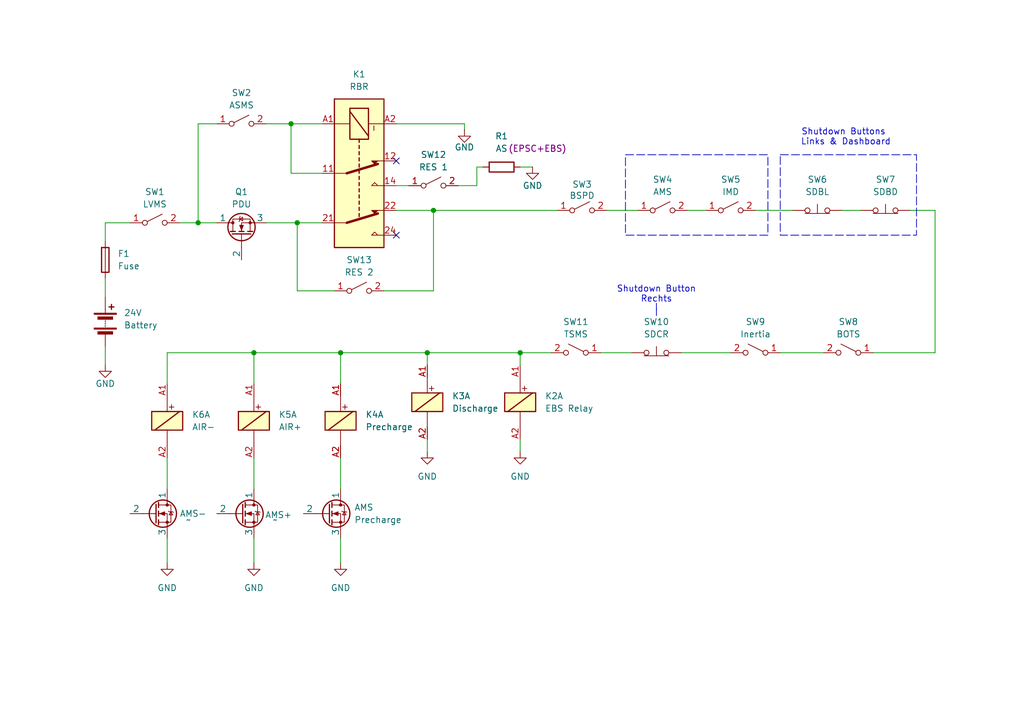
<source format=kicad_sch>
(kicad_sch (version 20231120) (generator "eeschema") (generator_version "8.0")
  (paper "A5")
  (lib_symbols
    (symbol "Device:Battery" (pin_numbers hide) (pin_names (offset 0) hide)
      (property "Reference" "BT" (at 2.54 2.54 0))
      (property "Value" "Battery" (at 2.54 0 0))
      (symbol "Battery_0_1"
        (rectangle (start -2.286 -1.27) (end 2.286 -1.524) (fill (type outline)))
        (rectangle (start -2.286 1.778) (end 2.286 1.524) (fill (type outline)))
        (rectangle (start -1.524 -2.032) (end 1.524 -2.54) (fill (type outline)))
        (rectangle (start -1.524 1.016) (end 1.524 0.508) (fill (type outline)))
        (polyline (pts (xy 0 -1.016) (xy 0 -0.762)))
        (polyline (pts (xy 0 -0.508) (xy 0 -0.254)))
        (polyline (pts (xy 0 0) (xy 0 0.254)))
        (polyline (pts (xy 0 1.778) (xy 0 2.54)))
        (polyline (pts (xy 0.762 3.048) (xy 1.778 3.048)) (stroke (width 0.254)))
        (polyline (pts (xy 1.27 3.556) (xy 1.27 2.54)) (stroke (width 0.254)))
      )
      (symbol "Battery_1_1"
        (pin passive line (at 0 5.08 270) (length 2.54) (name "+") (number "1"))
        (pin passive line (at 0 -5.08 90) (length 2.54) (name "-") (number "2"))
      )
    )
    (symbol "Device:Fuse" (pin_numbers hide) (pin_names (offset 0))
      (property "Reference" "F" (at 2.032 0 90))
      (property "Value" "Fuse" (at -1.905 0 90))
      (symbol "Fuse_0_1"
        (rectangle (start -0.762 -2.54) (end 0.762 2.54) (stroke (width 0.254)))
        (polyline (pts (xy 0 2.54) (xy 0 -2.54)))
      )
      (symbol "Fuse_1_1"
        (pin passive line (at 0 3.81 270) (length 1.27) (name "~") (number "1"))
        (pin passive line (at 0 -3.81 90) (length 1.27) (name "~") (number "2"))
      )
    )
    (symbol "FaSTTUBe_PnP:0Ω" (pin_numbers hide) (pin_names (offset 0))
      (property "Reference" "R" (at 2.032 0 90))
      (property "Value" "0Ω" (at -2.54 0 90))
      (symbol "0Ω_0_1"
        (rectangle (start -1.016 -2.54) (end 1.016 2.54) (stroke (width 0.254)))
      )
      (symbol "0Ω_1_1"
        (pin passive line (at 0 3.81 270) (length 1.27) (name "~") (number "1"))
        (pin passive line (at 0 -3.81 90) (length 1.27) (name "~") (number "2"))
      )
    )
    (symbol "NMOS_1" (pin_numbers hide) (pin_names (offset 0))
      (property "Reference" "Q2" (at 6.35 1.2701 0))
      (property "Value" "NMOS" (at 6.35 -1.2699 0))
      (symbol "NMOS_1_0_1"
        (polyline (pts (xy 0.254 0) (xy -2.54 0)))
        (polyline (pts (xy 0.254 1.905) (xy 0.254 -1.905)) (stroke (width 0.254)))
        (polyline (pts (xy 0.762 -1.27) (xy 0.762 -2.286)) (stroke (width 0.254)))
        (polyline (pts (xy 0.762 0.508) (xy 0.762 -0.508)) (stroke (width 0.254)))
        (polyline (pts (xy 0.762 2.286) (xy 0.762 1.27)) (stroke (width 0.254)))
        (polyline (pts (xy 2.54 2.54) (xy 2.54 1.778)))
        (polyline (pts (xy 2.54 -2.54) (xy 2.54 0) (xy 0.762 0)))
        (polyline (pts (xy 0.762 -1.778) (xy 3.302 -1.778) (xy 3.302 1.778) (xy 0.762 1.778)))
        (polyline (pts (xy 1.016 0) (xy 2.032 0.381) (xy 2.032 -0.381) (xy 1.016 0)) (fill (type outline)))
        (polyline (pts (xy 2.794 0.508) (xy 2.921 0.381) (xy 3.683 0.381) (xy 3.81 0.254)))
        (polyline (pts (xy 3.302 0.381) (xy 2.921 -0.254) (xy 3.683 -0.254) (xy 3.302 0.381)))
        (circle (center 1.651 0) (radius 2.794) (stroke (width 0.254)))
        (circle (center 2.54 -1.778) (radius 0.254) (fill (type outline)))
        (circle (center 2.54 1.778) (radius 0.254) (fill (type outline)))
      )
      (symbol "NMOS_1_1_1"
        (pin passive line (at 2.54 5.08 270) (length 2.54) (name "1") (number "1"))
        (pin input line (at -5.08 0 0) (length 2.54) (name "2") (number "2"))
        (pin passive line (at 2.54 -5.08 90) (length 2.54) (name "3") (number "3"))
      )
    )
    (symbol "NMOS_2" (pin_numbers hide) (pin_names (offset 0))
      (property "Reference" "AMS+" (at 6.35 1.2701 0))
      (property "Value" "NMOS" (at 6.35 -1.2699 0))
      (symbol "NMOS_2_0_1"
        (polyline (pts (xy 0.254 0) (xy -2.54 0)))
        (polyline (pts (xy 0.254 1.905) (xy 0.254 -1.905)) (stroke (width 0.254)))
        (polyline (pts (xy 0.762 -1.27) (xy 0.762 -2.286)) (stroke (width 0.254)))
        (polyline (pts (xy 0.762 0.508) (xy 0.762 -0.508)) (stroke (width 0.254)))
        (polyline (pts (xy 0.762 2.286) (xy 0.762 1.27)) (stroke (width 0.254)))
        (polyline (pts (xy 2.54 2.54) (xy 2.54 1.778)))
        (polyline (pts (xy 2.54 -2.54) (xy 2.54 0) (xy 0.762 0)))
        (polyline (pts (xy 0.762 -1.778) (xy 3.302 -1.778) (xy 3.302 1.778) (xy 0.762 1.778)))
        (polyline (pts (xy 1.016 0) (xy 2.032 0.381) (xy 2.032 -0.381) (xy 1.016 0)) (fill (type outline)))
        (polyline (pts (xy 2.794 0.508) (xy 2.921 0.381) (xy 3.683 0.381) (xy 3.81 0.254)))
        (polyline (pts (xy 3.302 0.381) (xy 2.921 -0.254) (xy 3.683 -0.254) (xy 3.302 0.381)))
        (circle (center 1.651 0) (radius 2.794) (stroke (width 0.254)))
        (circle (center 2.54 -1.778) (radius 0.254) (fill (type outline)))
        (circle (center 2.54 1.778) (radius 0.254) (fill (type outline)))
      )
      (symbol "NMOS_2_1_1"
        (pin passive line (at 2.54 5.08 270) (length 2.54) (name "1") (number "1"))
        (pin input line (at -5.08 0 0) (length 2.54) (name "2") (number "2"))
        (pin passive line (at 2.54 -5.08 90) (length 2.54) (name "3") (number "3"))
      )
    )
    (symbol "NMOS_3" (pin_numbers hide) (pin_names (offset 0))
      (property "Reference" "AMS-" (at 6.35 1.2701 0))
      (property "Value" "NMOS" (at 6.35 -1.2699 0))
      (symbol "NMOS_3_0_1"
        (polyline (pts (xy 0.254 0) (xy -2.54 0)))
        (polyline (pts (xy 0.254 1.905) (xy 0.254 -1.905)) (stroke (width 0.254)))
        (polyline (pts (xy 0.762 -1.27) (xy 0.762 -2.286)) (stroke (width 0.254)))
        (polyline (pts (xy 0.762 0.508) (xy 0.762 -0.508)) (stroke (width 0.254)))
        (polyline (pts (xy 0.762 2.286) (xy 0.762 1.27)) (stroke (width 0.254)))
        (polyline (pts (xy 2.54 2.54) (xy 2.54 1.778)))
        (polyline (pts (xy 2.54 -2.54) (xy 2.54 0) (xy 0.762 0)))
        (polyline (pts (xy 0.762 -1.778) (xy 3.302 -1.778) (xy 3.302 1.778) (xy 0.762 1.778)))
        (polyline (pts (xy 1.016 0) (xy 2.032 0.381) (xy 2.032 -0.381) (xy 1.016 0)) (fill (type outline)))
        (polyline (pts (xy 2.794 0.508) (xy 2.921 0.381) (xy 3.683 0.381) (xy 3.81 0.254)))
        (polyline (pts (xy 3.302 0.381) (xy 2.921 -0.254) (xy 3.683 -0.254) (xy 3.302 0.381)))
        (circle (center 1.651 0) (radius 2.794) (stroke (width 0.254)))
        (circle (center 2.54 -1.778) (radius 0.254) (fill (type outline)))
        (circle (center 2.54 1.778) (radius 0.254) (fill (type outline)))
      )
      (symbol "NMOS_3_1_1"
        (pin passive line (at 2.54 5.08 270) (length 2.54) (name "1") (number "1"))
        (pin input line (at -5.08 0 0) (length 2.54) (name "2") (number "2"))
        (pin passive line (at 2.54 -5.08 90) (length 2.54) (name "3") (number "3"))
      )
    )
    (symbol "Relay:AZ850P1-x"
      (property "Reference" "K1" (at -20.32 0 90))
      (property "Value" "RSR" (at -17.78 0 90))
      (symbol "AZ850P1-x_0_0"
        (text "-" (at -9.271 2.921 0) (effects (font (size 1.27 1.27))))
      )
      (symbol "AZ850P1-x_0_1"
        (rectangle (start -15.24 5.08) (end 15.24 -5.08) (stroke (width 0.254)) (fill (type background)))
        (rectangle (start -13.335 1.905) (end -6.985 -1.905) (stroke (width 0.254)))
        (polyline (pts (xy -12.7 -1.905) (xy -7.62 1.905)) (stroke (width 0.254)))
        (polyline (pts (xy -10.16 -5.08) (xy -10.16 -1.905)))
        (polyline (pts (xy -10.16 5.08) (xy -10.16 1.905)))
        (polyline (pts (xy -6.985 0) (xy -6.35 0)) (stroke (width 0.254)))
        (polyline (pts (xy -5.715 0) (xy -5.08 0)) (stroke (width 0.254)))
        (polyline (pts (xy -4.445 0) (xy -3.81 0)) (stroke (width 0.254)))
        (polyline (pts (xy -3.175 0) (xy -2.54 0)) (stroke (width 0.254)))
        (polyline (pts (xy -1.905 0) (xy -1.27 0)) (stroke (width 0.254)))
        (polyline (pts (xy -0.635 0) (xy 0 0)) (stroke (width 0.254)))
        (polyline (pts (xy 0 -2.54) (xy -1.905 3.81)) (stroke (width 0.508)))
        (polyline (pts (xy 0 -2.54) (xy 0 -5.08)))
        (polyline (pts (xy 0.635 0) (xy 1.27 0)) (stroke (width 0.254)))
        (polyline (pts (xy 1.905 0) (xy 2.54 0)) (stroke (width 0.254)))
        (polyline (pts (xy 3.175 0) (xy 3.81 0)) (stroke (width 0.254)))
        (polyline (pts (xy 4.445 0) (xy 5.08 0)) (stroke (width 0.254)))
        (polyline (pts (xy 5.715 0) (xy 6.35 0)) (stroke (width 0.254)))
        (polyline (pts (xy 6.985 0) (xy 7.62 0)) (stroke (width 0.254)))
        (polyline (pts (xy 8.255 0) (xy 8.89 0)) (stroke (width 0.254)))
        (polyline (pts (xy 10.16 -2.54) (xy 8.255 3.81)) (stroke (width 0.508)))
        (polyline (pts (xy 10.16 -2.54) (xy 10.16 -5.08)))
        (polyline (pts (xy -2.54 5.08) (xy -2.54 2.54) (xy -1.905 3.175) (xy -2.54 3.81)) (fill (type outline)))
        (polyline (pts (xy 2.54 5.08) (xy 2.54 2.54) (xy 1.905 3.175) (xy 2.54 3.81)))
        (polyline (pts (xy 7.62 5.08) (xy 7.62 2.54) (xy 8.255 3.175) (xy 7.62 3.81)) (fill (type outline)))
        (polyline (pts (xy 12.7 5.08) (xy 12.7 2.54) (xy 12.065 3.175) (xy 12.7 3.81)))
      )
      (symbol "AZ850P1-x_1_1"
        (pin passive line (at 0 -7.62 90) (length 2.54) (name "~") (number "11"))
        (pin passive line (at -2.54 7.62 270) (length 2.54) (name "~") (number "12"))
        (pin passive line (at 2.54 7.62 270) (length 2.54) (name "~") (number "14"))
        (pin passive line (at 10.16 -7.62 90) (length 2.54) (name "~") (number "21"))
        (pin passive line (at 7.62 7.62 270) (length 2.54) (name "~") (number "22"))
        (pin passive line (at 12.7 7.62 270) (length 2.54) (name "~") (number "24"))
        (pin passive line (at -10.16 -7.62 90) (length 2.54) (name "") (number "A1"))
        (pin passive line (at -10.16 7.62 270) (length 2.54) (name "~") (number "A2"))
      )
    )
    (symbol "Relay:COTO_3660_Split"
      (property "Reference" "K" (at 5.08 2.54 0))
      (property "Value" "COTO_3660_Split" (at 5.08 0 0))
      (symbol "COTO_3660_Split_1_0"
        (text "+" (at 0.889 2.921 0) (effects (font (size 1.27 1.27))))
      )
      (symbol "COTO_3660_Split_1_1"
        (rectangle (start -3.175 1.905) (end 3.175 -1.905) (stroke (width 0.254)) (fill (type background)))
        (polyline (pts (xy -2.54 -1.905) (xy 2.54 1.905)) (stroke (width 0.254)))
        (polyline (pts (xy 0 -5.08) (xy 0 -1.905)))
        (polyline (pts (xy 0 5.08) (xy 0 1.905)))
        (pin passive line (at 0 7.62 270) (length 2.54) (name "~") (number "A1"))
        (pin passive line (at 0 -7.62 90) (length 2.54) (name "~") (number "A2"))
      )
      (symbol "COTO_3660_Split_2_1"
        (polyline (pts (xy -3.175 0) (xy -2.54 0)) (stroke (width 0.254)))
        (polyline (pts (xy -1.905 0) (xy -1.27 0)) (stroke (width 0.254)))
        (polyline (pts (xy 0 2.54) (xy -1.905 -3.81)) (stroke (width 0.508)))
        (polyline (pts (xy 0 2.54) (xy 0 5.08)))
        (polyline (pts (xy 0 -5.08) (xy 0 -2.54) (xy -0.635 -3.175) (xy 0 -3.81)))
        (pin passive line (at 0 7.62 270) (length 2.54) (name "~") (number "13"))
        (pin passive line (at 0 -7.62 90) (length 2.54) (name "~") (number "14"))
      )
      (symbol "COTO_3660_Split_3_1"
        (polyline (pts (xy -3.175 0) (xy -2.54 0)) (stroke (width 0.254)))
        (polyline (pts (xy -1.905 0) (xy -1.27 0)) (stroke (width 0.254)))
        (polyline (pts (xy 0 2.54) (xy -1.905 -3.81)) (stroke (width 0.508)))
        (polyline (pts (xy 0 2.54) (xy 0 5.08)))
        (polyline (pts (xy 0 -5.08) (xy 0 -2.54) (xy -0.635 -3.175) (xy 0 -3.81)))
        (pin passive line (at 0 7.62 270) (length 2.54) (name "~") (number "23"))
        (pin passive line (at 0 -7.62 90) (length 2.54) (name "~") (number "24"))
      )
      (symbol "COTO_3660_Split_4_1"
        (polyline (pts (xy -3.175 0) (xy -2.54 0)) (stroke (width 0.254)))
        (polyline (pts (xy -1.905 0) (xy -1.27 0)) (stroke (width 0.254)))
        (polyline (pts (xy 0 2.54) (xy -1.905 -3.81)) (stroke (width 0.508)))
        (polyline (pts (xy 0 2.54) (xy 0 5.08)))
        (polyline (pts (xy 1.27 3.81) (xy 1.27 -3.81)) (stroke (width 0) (type dash)))
        (polyline (pts (xy 0 5.08) (xy 1.27 5.08) (xy 1.27 3.81)))
        (polyline (pts (xy 0 -5.08) (xy 0 -2.54) (xy -0.635 -3.175) (xy 0 -3.81)))
        (circle (center 0 5.08) (radius 0.1524))
        (pin passive line (at 0 7.62 270) (length 2.54) (name "~") (number "33"))
        (pin passive line (at 0 -7.62 90) (length 2.54) (name "~") (number "34"))
      )
    )
    (symbol "Simulation_SPICE:NMOS" (pin_numbers hide) (pin_names (offset 0))
      (property "Reference" "Q1" (at 8.89 0 90))
      (property "Value" "PDU" (at 6.35 0 90))
      (symbol "NMOS_0_1"
        (polyline (pts (xy 0.254 0) (xy -2.54 0)))
        (polyline (pts (xy 0.254 1.905) (xy 0.254 -1.905)) (stroke (width 0.254)))
        (polyline (pts (xy 0.762 -1.27) (xy 0.762 -2.286)) (stroke (width 0.254)))
        (polyline (pts (xy 0.762 0.508) (xy 0.762 -0.508)) (stroke (width 0.254)))
        (polyline (pts (xy 0.762 2.286) (xy 0.762 1.27)) (stroke (width 0.254)))
        (polyline (pts (xy 2.54 2.54) (xy 2.54 1.778)))
        (polyline (pts (xy 2.54 -2.54) (xy 2.54 0) (xy 0.762 0)))
        (polyline (pts (xy 0.762 -1.778) (xy 3.302 -1.778) (xy 3.302 1.778) (xy 0.762 1.778)))
        (polyline (pts (xy 1.016 0) (xy 2.032 0.381) (xy 2.032 -0.381) (xy 1.016 0)) (fill (type outline)))
        (polyline (pts (xy 2.794 0.508) (xy 2.921 0.381) (xy 3.683 0.381) (xy 3.81 0.254)))
        (polyline (pts (xy 3.302 0.381) (xy 2.921 -0.254) (xy 3.683 -0.254) (xy 3.302 0.381)))
        (circle (center 1.651 0) (radius 2.794) (stroke (width 0.254)))
        (circle (center 2.54 -1.778) (radius 0.254) (fill (type outline)))
        (circle (center 2.54 1.778) (radius 0.254) (fill (type outline)))
      )
      (symbol "NMOS_1_1"
        (pin input line (at -5.08 0 0) (length 2.54) (name "2") (number ""))
        (pin passive line (at 2.54 5.08 270) (length 2.54) (name "1") (number "1"))
        (pin passive line (at 2.54 -5.08 90) (length 2.54) (name "3") (number "3"))
      )
    )
    (symbol "Switch:SW_Push_Open" (pin_numbers hide) (pin_names (offset 1.016) hide)
      (property "Reference" "SW" (at 0 2.54 0))
      (property "Value" "SW_Push_Open" (at 0 -1.905 0))
      (symbol "SW_Push_Open_0_1"
        (circle (center -2.032 0) (radius 0.508))
        (polyline (pts (xy -2.54 -0.635) (xy 2.54 -0.635)))
        (polyline (pts (xy 0 -0.635) (xy 0 1.27)))
        (circle (center 2.032 0) (radius 0.508))
        (pin passive line (at -5.08 0 0) (length 2.54) (name "A") (number "1"))
      )
      (symbol "SW_Push_Open_1_1"
        (pin passive line (at 5.08 0 180) (length 2.54) (name "B") (number "2"))
      )
    )
    (symbol "Switch:SW_SPST" (pin_names (offset 0) hide)
      (property "Reference" "SW" (at 0 3.175 0))
      (property "Value" "SW_SPST" (at 0 -2.54 0))
      (symbol "SW_SPST_0_0"
        (circle (center -2.032 0) (radius 0.508))
        (polyline (pts (xy -1.524 0.254) (xy 1.524 1.778)))
        (circle (center 2.032 0) (radius 0.508))
      )
      (symbol "SW_SPST_1_1"
        (pin passive line (at -5.08 0 0) (length 2.54) (name "A") (number "1"))
        (pin passive line (at 5.08 0 180) (length 2.54) (name "B") (number "2"))
      )
    )
    (symbol "power:GND" (power) (pin_numbers hide) (pin_names (offset 0) hide)
      (property "Value" "GND" (at 0 -3.81 0))
      (symbol "GND_0_1"
        (polyline (pts (xy 0 0) (xy 0 -1.27) (xy 1.27 -1.27) (xy 0 -2.54) (xy -1.27 -1.27) (xy 0 -1.27)))
      )
      (symbol "GND_1_1"
        (pin power_in line (at 0 0 270) (length 0) (name "~") (number "1"))
      )
    )
  )
  (junction (at 69.85 72.39))
  (junction (at 59.69 25.4))
  (junction (at 40.64 45.72))
  (junction (at 106.68 72.39))
  (junction (at 60.96 45.72))
  (junction (at 52.07 72.39))
  (junction (at 87.63 72.39))
  (junction (at 88.9 43.18))
  (no_connect (at 81.28 33.02))
  (no_connect (at 81.28 48.26))
  (wire (pts (xy 97.79 34.29) (xy 99.06 34.29)))
  (wire (pts (xy 54.61 25.4) (xy 59.69 25.4)))
  (wire (pts (xy 97.79 38.1) (xy 93.98 38.1)))
  (wire (pts (xy 34.29 72.39) (xy 52.07 72.39)))
  (wire (pts (xy 81.28 43.18) (xy 88.9 43.18)))
  (wire (pts (xy 34.29 93.98) (xy 34.29 100.33)))
  (wire (pts (xy 113.03 72.39) (xy 106.68 72.39)))
  (wire (pts (xy 109.22 34.29) (xy 106.68 34.29)))
  (wire (pts (xy 124.46 43.18) (xy 130.81 43.18)))
  (wire (pts (xy 60.96 45.72) (xy 66.04 45.72)))
  (wire (pts (xy 97.79 34.29) (xy 97.79 38.1)))
  (wire (pts (xy 179.07 72.39) (xy 191.77 72.39)))
  (wire (pts (xy 60.96 59.69) (xy 68.58 59.69)))
  (wire (pts (xy 69.85 72.39) (xy 69.85 78.74)))
  (wire (pts (xy 87.63 72.39) (xy 87.63 74.93)))
  (wire (pts (xy 186.69 43.18) (xy 191.77 43.18)))
  (wire (pts (xy 191.77 43.18) (xy 191.77 72.39)))
  (wire (pts (xy 59.69 25.4) (xy 59.69 35.56)))
  (wire (pts (xy 123.19 72.39) (xy 129.54 72.39)))
  (wire (pts (xy 154.94 43.18) (xy 162.56 43.18)))
  (wire (pts (xy 21.59 45.72) (xy 26.67 45.72)))
  (wire (pts (xy 52.07 72.39) (xy 69.85 72.39)))
  (wire (pts (xy 54.61 45.72) (xy 60.96 45.72)))
  (wire (pts (xy 69.85 72.39) (xy 87.63 72.39)))
  (wire (pts (xy 139.7 72.39) (xy 149.86 72.39)))
  (wire (pts (xy 172.72 43.18) (xy 176.53 43.18)))
  (wire (pts (xy 88.9 59.69) (xy 88.9 43.18)))
  (wire (pts (xy 40.64 45.72) (xy 44.45 45.72)))
  (wire (pts (xy 81.28 38.1) (xy 83.82 38.1)))
  (wire (pts (xy 87.63 72.39) (xy 106.68 72.39)))
  (wire (pts (xy 44.45 25.4) (xy 40.64 25.4)))
  (wire (pts (xy 88.9 43.18) (xy 114.3 43.18)))
  (wire (pts (xy 69.85 93.98) (xy 69.85 100.33)))
  (wire (pts (xy 34.29 72.39) (xy 34.29 78.74)))
  (wire (pts (xy 52.07 93.98) (xy 52.07 100.33)))
  (wire (pts (xy 81.28 25.4) (xy 95.25 25.4)))
  (wire (pts (xy 106.68 72.39) (xy 106.68 74.93)))
  (wire (pts (xy 87.63 90.17) (xy 87.63 92.71)))
  (wire (pts (xy 78.74 59.69) (xy 88.9 59.69)))
  (wire (pts (xy 21.59 57.15) (xy 21.59 60.96)))
  (wire (pts (xy 36.83 45.72) (xy 40.64 45.72)))
  (wire (pts (xy 34.29 110.49) (xy 34.29 115.57)))
  (wire (pts (xy 21.59 71.12) (xy 21.59 74.93)))
  (wire (pts (xy 21.59 45.72) (xy 21.59 49.53)))
  (wire (pts (xy 59.69 35.56) (xy 66.04 35.56)))
  (wire (pts (xy 52.07 110.49) (xy 52.07 115.57)))
  (wire (pts (xy 59.69 25.4) (xy 66.04 25.4)))
  (wire (pts (xy 160.02 72.39) (xy 168.91 72.39)))
  (wire (pts (xy 69.85 110.49) (xy 69.85 115.57)))
  (wire (pts (xy 106.68 90.17) (xy 106.68 92.71)))
  (wire (pts (xy 60.96 45.72) (xy 60.96 59.69)))
  (wire (pts (xy 140.97 43.18) (xy 144.78 43.18)))
  (wire (pts (xy 40.64 25.4) (xy 40.64 45.72)))
  (wire (pts (xy 52.07 72.39) (xy 52.07 78.74)))
  (wire (pts (xy 95.25 25.4) (xy 95.25 26.67)))
  (rectangle (start 134.62 63.5) (end 134.62 63.5))
  (rectangle (start 134.62 63.5) (end 134.62 63.5))
  (rectangle (start 160.02 31.75) (end 187.96 48.26) (stroke (width 0) (type dash)))
  (rectangle (start 134.62 63.5) (end 134.62 63.5))
  (rectangle (start 128.27 31.75) (end 157.48 48.26) (stroke (width 0) (type dash)))
  (rectangle (start 134.62 62.23) (end 134.62 64.77))
  (text "Shutdown Button\nRechts" (at 134.62 60.452 0) (effects (font (size 1.27 1.27))))
  (text "Shutdown Buttons \nLinks & Dashboard" (at 173.482 28.194 0) (effects (font (size 1.27 1.27))))
  (symbol (lib_id "Simulation_SPICE:NMOS") (at 49.53 48.26 90) (unit 1)
    (property "Reference" "Q1" (at 49.53 39.37 90))
    (property "Value" "PDU" (at 49.53 41.91 90))
    (property "Datasheet" "https://ngspice.sourceforge.io/docs/ngspice-html-manual/manual.xhtml#cha_MOSFETs" (effects (hide yes)))
    (property "Description" "N-MOSFET transistor, drain/source/gate" (effects (hide yes)))
    (property "Sim.Device" "NMOS" (effects (hide yes)))
    (property "Sim.Type" "VDMOS" (effects (hide yes)))
    (property "Sim.Pins" "1=D 2=G 3=S" (effects (hide yes)))
  )
  (symbol (lib_id "Device:Battery") (at 21.59 66.04 0) (unit 1)
    (property "Reference" "24V" (at 25.4 64.1984 0) (effects (justify left)))
    (property "Value" "Battery" (at 25.4 66.7384 0) (effects (justify left)))
    (property "Description" "Multiple-cell battery" (effects (hide yes)))
  )
  (symbol (lib_id "Relay:COTO_3660_Split") (at 106.68 82.55 0) (unit 1)
    (property "Reference" "K2" (at 111.76 81.2799 0) (effects (justify left)))
    (property "Value" "EBS Relay" (at 111.76 83.8199 0) (effects (justify left)))
    (property "Footprint" "Relay_THT:Relay_3PST_COTO_3660" (effects (hide yes)))
    (property "Datasheet" "https://cotorelay.com/wp-content/uploads/2014/09/3600_series_reed_relay_datasheet.pdf" (effects (hide yes)))
    (property "Description" "Low thermal EMF 3PST-NO reed relay, 150V 0.25A, similar to 3650 but with shared shield/contact, 30.48x16.76x12.06mm" (effects (hide yes)))
  )
  (symbol (lib_id "Switch:SW_Push_Open") (at 134.62 72.39 0) (unit 1)
    (property "Reference" "SW10" (at 134.62 66.04 0))
    (property "Value" "SDCR" (at 134.62 68.58 0))
    (property "Description" "Push button switch, push-to-open, generic, two pins" (effects (hide yes)))
  )
  (symbol (lib_id "Relay:AZ850P1-x") (at 73.66 35.56 270) (unit 1)
    (property "Reference" "K1" (at 73.66 15.24 90))
    (property "Value" "RBR" (at 73.66 17.78 90))
    (property "Footprint" "Relay_THT:Relay_DPDT_FRT5" (effects (hide yes)))
    (property "Datasheet" "http://www.azettler.com/pdfs/az850.pdf" (effects (hide yes)))
    (property "Description" "American Zettler, Microminiature Polarised Dual Pole Relay Bistable" (effects (hide yes)))
  )
  (symbol (lib_name "NMOS_2") (lib_id "Simulation_SPICE:NMOS") (at 49.53 105.41 0) (unit 1)
    (property "Reference" "AMS+" (at 54.356 105.664 0) (effects (justify left)))
    (property "Value" "~" (at 55.88 106.68 0) (effects (justify left)))
    (property "Datasheet" "https://ngspice.sourceforge.io/docs/ngspice-html-manual/manual.xhtml#cha_MOSFETs" (effects (hide yes)))
    (property "Description" "N-MOSFET transistor, drain/source/gate" (effects (hide yes)))
    (property "Sim.Device" "NMOS" (effects (hide yes)))
    (property "Sim.Type" "VDMOS" (effects (hide yes)))
    (property "Sim.Pins" "1=D 2=G 3=S" (effects (hide yes)))
  )
  (symbol (lib_id "Relay:COTO_3660_Split") (at 87.63 82.55 0) (unit 1)
    (property "Reference" "K3" (at 92.71 81.2799 0) (effects (justify left)))
    (property "Value" "Discharge" (at 92.71 83.8199 0) (effects (justify left)))
    (property "Footprint" "Relay_THT:Relay_3PST_COTO_3660" (effects (hide yes)))
    (property "Datasheet" "https://cotorelay.com/wp-content/uploads/2014/09/3600_series_reed_relay_datasheet.pdf" (effects (hide yes)))
    (property "Description" "Low thermal EMF 3PST-NO reed relay, 150V 0.25A, similar to 3650 but with shared shield/contact, 30.48x16.76x12.06mm" (effects (hide yes)))
  )
  (symbol (lib_name "NMOS_3") (lib_id "Simulation_SPICE:NMOS") (at 31.75 105.41 0) (unit 1)
    (property "Reference" "AMS-" (at 36.83 105.41 0) (effects (justify left)))
    (property "Value" "~" (at 38.1 106.68 0) (effects (justify left)))
    (property "Datasheet" "https://ngspice.sourceforge.io/docs/ngspice-html-manual/manual.xhtml#cha_MOSFETs" (effects (hide yes)))
    (property "Description" "N-MOSFET transistor, drain/source/gate" (effects (hide yes)))
    (property "Sim.Device" "NMOS" (effects (hide yes)))
    (property "Sim.Type" "VDMOS" (effects (hide yes)))
    (property "Sim.Pins" "1=D 2=G 3=S" (effects (hide yes)))
  )
  (symbol (lib_id "Device:Fuse") (at 21.59 53.34 0) (unit 1)
    (property "Reference" "F1" (at 24.13 52.0699 0) (effects (justify left)))
    (property "Value" "Fuse" (at 24.13 54.6099 0) (effects (justify left)))
    (property "Description" "Fuse" (effects (hide yes)))
  )
  (symbol (lib_id "power:GND") (at 87.63 92.71 0) (unit 1)
    (property "Reference" "#PWR07" (effects (hide yes)))
    (property "Value" "GND" (at 87.63 97.79 0))
    (property "Description" "Power symbol creates a global label with name \"GND\" , ground" (effects (hide yes)))
  )
  (symbol (lib_id "power:GND") (at 95.25 26.67 0) (unit 1)
    (property "Reference" "#PWR02" (effects (hide yes)))
    (property "Value" "GND" (at 95.25 30.226 0))
    (property "Description" "Power symbol creates a global label with name \"GND\" , ground" (effects (hide yes)))
  )
  (symbol (lib_id "Switch:SW_SPST") (at 31.75 45.72 0) (unit 1)
    (property "Reference" "SW1" (at 31.75 39.37 0))
    (property "Value" "LVMS" (at 31.75 41.91 0))
    (property "Description" "Single Pole Single Throw (SPST) switch" (effects (hide yes)))
  )
  (symbol (lib_id "power:GND") (at 106.68 92.71 0) (unit 1)
    (property "Reference" "#PWR08" (effects (hide yes)))
    (property "Value" "GND" (at 106.68 97.79 0))
    (property "Description" "Power symbol creates a global label with name \"GND\" , ground" (effects (hide yes)))
  )
  (symbol (lib_id "Switch:SW_SPST") (at 88.9 38.1 0) (unit 1)
    (property "Reference" "SW12" (at 88.9 31.75 0))
    (property "Value" "RES 1" (at 88.9 34.29 0))
    (property "Description" "Single Pole Single Throw (SPST) switch" (effects (hide yes)))
  )
  (symbol (lib_id "FaSTTUBe_PnP:0Ω") (at 102.87 34.29 270) (unit 1)
    (property "Reference" "R1" (at 102.87 27.94 90))
    (property "Value" "AS" (at 102.87 30.48 90))
    (property "Footprint" "Resistor_SMD:R_0603_1608Metric" (effects (hide yes)))
    (property "Description" "(EPSC+EBS)" (at 110.236 30.48 90))
  )
  (symbol (lib_id "power:GND") (at 21.59 74.93 0) (unit 1)
    (property "Reference" "#PWR01" (effects (hide yes)))
    (property "Value" "GND" (at 21.59 78.74 0))
    (property "Description" "Power symbol creates a global label with name \"GND\" , ground" (effects (hide yes)))
  )
  (symbol (lib_id "Relay:COTO_3660_Split") (at 34.29 86.36 0) (unit 1)
    (property "Reference" "K6" (at 39.37 85.0899 0) (effects (justify left)))
    (property "Value" "AIR-" (at 39.37 87.6299 0) (effects (justify left)))
    (property "Footprint" "Relay_THT:Relay_3PST_COTO_3660" (effects (hide yes)))
    (property "Datasheet" "https://cotorelay.com/wp-content/uploads/2014/09/3600_series_reed_relay_datasheet.pdf" (effects (hide yes)))
    (property "Description" "Low thermal EMF 3PST-NO reed relay, 150V 0.25A, similar to 3650 but with shared shield/contact, 30.48x16.76x12.06mm" (effects (hide yes)))
  )
  (symbol (lib_id "power:GND") (at 34.29 115.57 0) (unit 1)
    (property "Reference" "#PWR04" (effects (hide yes)))
    (property "Value" "GND" (at 34.29 120.65 0))
    (property "Description" "Power symbol creates a global label with name \"GND\" , ground" (effects (hide yes)))
  )
  (symbol (lib_id "Switch:SW_SPST") (at 119.38 43.18 0) (unit 1)
    (property "Reference" "SW3" (at 119.38 37.846 0))
    (property "Value" "BSPD" (at 119.38 40.132 0))
    (property "Description" "Single Pole Single Throw (SPST) switch" (effects (hide yes)))
  )
  (symbol (lib_id "Switch:SW_SPST") (at 173.99 72.39 0) (mirror y) (unit 1)
    (property "Reference" "SW8" (at 173.99 66.04 0))
    (property "Value" "BOTS" (at 173.99 68.58 0))
    (property "Description" "Single Pole Single Throw (SPST) switch" (effects (hide yes)))
  )
  (symbol (lib_name "NMOS_1") (lib_id "Simulation_SPICE:NMOS") (at 67.31 105.41 0) (unit 1)
    (property "Reference" "AMS" (at 72.644 104.14 0) (effects (justify left)))
    (property "Value" "Precharge" (at 72.644 106.68 0) (effects (justify left)))
    (property "Datasheet" "https://ngspice.sourceforge.io/docs/ngspice-html-manual/manual.xhtml#cha_MOSFETs" (effects (hide yes)))
    (property "Description" "N-MOSFET transistor, drain/source/gate" (effects (hide yes)))
    (property "Sim.Device" "NMOS" (effects (hide yes)))
    (property "Sim.Type" "VDMOS" (effects (hide yes)))
    (property "Sim.Pins" "1=D 2=G 3=S" (effects (hide yes)))
  )
  (symbol (lib_id "power:GND") (at 109.22 34.29 0) (unit 1)
    (property "Reference" "#PWR03" (effects (hide yes)))
    (property "Value" "GND" (at 109.22 38.1 0))
    (property "Description" "Power symbol creates a global label with name \"GND\" , ground" (effects (hide yes)))
  )
  (symbol (lib_id "Relay:COTO_3660_Split") (at 69.85 86.36 0) (unit 1)
    (property "Reference" "K4" (at 74.93 85.0899 0) (effects (justify left)))
    (property "Value" "Precharge" (at 74.93 87.6299 0) (effects (justify left)))
    (property "Footprint" "Relay_THT:Relay_3PST_COTO_3660" (effects (hide yes)))
    (property "Datasheet" "https://cotorelay.com/wp-content/uploads/2014/09/3600_series_reed_relay_datasheet.pdf" (effects (hide yes)))
    (property "Description" "Low thermal EMF 3PST-NO reed relay, 150V 0.25A, similar to 3650 but with shared shield/contact, 30.48x16.76x12.06mm" (effects (hide yes)))
  )
  (symbol (lib_id "Switch:SW_SPST") (at 154.94 72.39 0) (mirror y) (unit 1)
    (property "Reference" "SW9" (at 154.94 66.04 0))
    (property "Value" "Inertia" (at 154.94 68.58 0))
    (property "Description" "Single Pole Single Throw (SPST) switch" (effects (hide yes)))
  )
  (symbol (lib_id "Switch:SW_Push_Open") (at 167.64 43.18 0) (unit 1)
    (property "Reference" "SW6" (at 167.64 36.83 0))
    (property "Value" "SDBL" (at 167.64 39.37 0))
    (property "Description" "Push button switch, push-to-open, generic, two pins" (effects (hide yes)))
  )
  (symbol (lib_id "Switch:SW_SPST") (at 135.89 43.18 0) (unit 1)
    (property "Reference" "SW4" (at 135.89 36.83 0))
    (property "Value" "AMS" (at 135.89 39.37 0))
    (property "Description" "Single Pole Single Throw (SPST) switch" (effects (hide yes)))
  )
  (symbol (lib_id "Switch:SW_Push_Open") (at 181.61 43.18 0) (unit 1)
    (property "Reference" "SW7" (at 181.61 36.83 0))
    (property "Value" "SDBD" (at 181.61 39.37 0))
    (property "Description" "Push button switch, push-to-open, generic, two pins" (effects (hide yes)))
  )
  (symbol (lib_id "power:GND") (at 52.07 115.57 0) (unit 1)
    (property "Reference" "#PWR05" (effects (hide yes)))
    (property "Value" "GND" (at 52.07 120.65 0))
    (property "Description" "Power symbol creates a global label with name \"GND\" , ground" (effects (hide yes)))
  )
  (symbol (lib_id "Relay:COTO_3660_Split") (at 52.07 86.36 0) (unit 1)
    (property "Reference" "K5" (at 57.15 85.0899 0) (effects (justify left)))
    (property "Value" "AIR+" (at 57.15 87.6299 0) (effects (justify left)))
    (property "Footprint" "Relay_THT:Relay_3PST_COTO_3660" (effects (hide yes)))
    (property "Datasheet" "https://cotorelay.com/wp-content/uploads/2014/09/3600_series_reed_relay_datasheet.pdf" (effects (hide yes)))
    (property "Description" "Low thermal EMF 3PST-NO reed relay, 150V 0.25A, similar to 3650 but with shared shield/contact, 30.48x16.76x12.06mm" (effects (hide yes)))
  )
  (symbol (lib_id "power:GND") (at 69.85 115.57 0) (unit 1)
    (property "Reference" "#PWR06" (effects (hide yes)))
    (property "Value" "GND" (at 69.85 120.65 0))
    (property "Description" "Power symbol creates a global label with name \"GND\" , ground" (effects (hide yes)))
  )
  (symbol (lib_id "Switch:SW_SPST") (at 73.66 59.69 0) (unit 1)
    (property "Reference" "SW13" (at 73.66 53.34 0))
    (property "Value" "RES 2" (at 73.66 55.88 0))
    (property "Description" "Single Pole Single Throw (SPST) switch" (effects (hide yes)))
  )
  (symbol (lib_id "Switch:SW_SPST") (at 118.11 72.39 0) (mirror y) (unit 1)
    (property "Reference" "SW11" (at 118.11 66.04 0))
    (property "Value" "TSMS" (at 118.11 68.58 0))
    (property "Description" "Single Pole Single Throw (SPST) switch" (effects (hide yes)))
  )
  (symbol (lib_id "Switch:SW_SPST") (at 149.86 43.18 0) (unit 1)
    (property "Reference" "SW5" (at 149.86 36.83 0))
    (property "Value" "IMD" (at 149.86 39.37 0))
    (property "Description" "Single Pole Single Throw (SPST) switch" (effects (hide yes)))
  )
  (symbol (lib_id "Switch:SW_SPST") (at 49.53 25.4 0) (unit 1)
    (property "Reference" "SW2" (at 49.53 19.05 0))
    (property "Value" "ASMS" (at 49.53 21.59 0))
    (property "Description" "Single Pole Single Throw (SPST) switch" (effects (hide yes)))
  )
)
</source>
